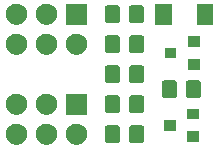
<source format=gbr>
G04 #@! TF.GenerationSoftware,KiCad,Pcbnew,(5.1.5-0-10_14)*
G04 #@! TF.CreationDate,2021-03-12T21:15:51+01:00*
G04 #@! TF.ProjectId,es_gateio,65735f67-6174-4656-996f-2e6b69636164,rev?*
G04 #@! TF.SameCoordinates,Original*
G04 #@! TF.FileFunction,Soldermask,Top*
G04 #@! TF.FilePolarity,Negative*
%FSLAX46Y46*%
G04 Gerber Fmt 4.6, Leading zero omitted, Abs format (unit mm)*
G04 Created by KiCad (PCBNEW (5.1.5-0-10_14)) date 2021-03-12 21:15:51*
%MOMM*%
%LPD*%
G04 APERTURE LIST*
%ADD10C,0.100000*%
G04 APERTURE END LIST*
D10*
G36*
X104253512Y-67429927D02*
G01*
X104402812Y-67459624D01*
X104566784Y-67527544D01*
X104714354Y-67626147D01*
X104839853Y-67751646D01*
X104938456Y-67899216D01*
X105006376Y-68063188D01*
X105041000Y-68237259D01*
X105041000Y-68414741D01*
X105006376Y-68588812D01*
X104938456Y-68752784D01*
X104839853Y-68900354D01*
X104714354Y-69025853D01*
X104566784Y-69124456D01*
X104402812Y-69192376D01*
X104253512Y-69222073D01*
X104228742Y-69227000D01*
X104051258Y-69227000D01*
X104026488Y-69222073D01*
X103877188Y-69192376D01*
X103713216Y-69124456D01*
X103565646Y-69025853D01*
X103440147Y-68900354D01*
X103341544Y-68752784D01*
X103273624Y-68588812D01*
X103239000Y-68414741D01*
X103239000Y-68237259D01*
X103273624Y-68063188D01*
X103341544Y-67899216D01*
X103440147Y-67751646D01*
X103565646Y-67626147D01*
X103713216Y-67527544D01*
X103877188Y-67459624D01*
X104026488Y-67429927D01*
X104051258Y-67425000D01*
X104228742Y-67425000D01*
X104253512Y-67429927D01*
G37*
G36*
X101713512Y-67429927D02*
G01*
X101862812Y-67459624D01*
X102026784Y-67527544D01*
X102174354Y-67626147D01*
X102299853Y-67751646D01*
X102398456Y-67899216D01*
X102466376Y-68063188D01*
X102501000Y-68237259D01*
X102501000Y-68414741D01*
X102466376Y-68588812D01*
X102398456Y-68752784D01*
X102299853Y-68900354D01*
X102174354Y-69025853D01*
X102026784Y-69124456D01*
X101862812Y-69192376D01*
X101713512Y-69222073D01*
X101688742Y-69227000D01*
X101511258Y-69227000D01*
X101486488Y-69222073D01*
X101337188Y-69192376D01*
X101173216Y-69124456D01*
X101025646Y-69025853D01*
X100900147Y-68900354D01*
X100801544Y-68752784D01*
X100733624Y-68588812D01*
X100699000Y-68414741D01*
X100699000Y-68237259D01*
X100733624Y-68063188D01*
X100801544Y-67899216D01*
X100900147Y-67751646D01*
X101025646Y-67626147D01*
X101173216Y-67527544D01*
X101337188Y-67459624D01*
X101486488Y-67429927D01*
X101511258Y-67425000D01*
X101688742Y-67425000D01*
X101713512Y-67429927D01*
G37*
G36*
X99173512Y-67429927D02*
G01*
X99322812Y-67459624D01*
X99486784Y-67527544D01*
X99634354Y-67626147D01*
X99759853Y-67751646D01*
X99858456Y-67899216D01*
X99926376Y-68063188D01*
X99961000Y-68237259D01*
X99961000Y-68414741D01*
X99926376Y-68588812D01*
X99858456Y-68752784D01*
X99759853Y-68900354D01*
X99634354Y-69025853D01*
X99486784Y-69124456D01*
X99322812Y-69192376D01*
X99173512Y-69222073D01*
X99148742Y-69227000D01*
X98971258Y-69227000D01*
X98946488Y-69222073D01*
X98797188Y-69192376D01*
X98633216Y-69124456D01*
X98485646Y-69025853D01*
X98360147Y-68900354D01*
X98261544Y-68752784D01*
X98193624Y-68588812D01*
X98159000Y-68414741D01*
X98159000Y-68237259D01*
X98193624Y-68063188D01*
X98261544Y-67899216D01*
X98360147Y-67751646D01*
X98485646Y-67626147D01*
X98633216Y-67527544D01*
X98797188Y-67459624D01*
X98946488Y-67429927D01*
X98971258Y-67425000D01*
X99148742Y-67425000D01*
X99173512Y-67429927D01*
G37*
G36*
X109692674Y-67579465D02*
G01*
X109730367Y-67590899D01*
X109765103Y-67609466D01*
X109795548Y-67634452D01*
X109820534Y-67664897D01*
X109839101Y-67699633D01*
X109850535Y-67737326D01*
X109855000Y-67782661D01*
X109855000Y-68869339D01*
X109850535Y-68914674D01*
X109839101Y-68952367D01*
X109820534Y-68987103D01*
X109795548Y-69017548D01*
X109765103Y-69042534D01*
X109730367Y-69061101D01*
X109692674Y-69072535D01*
X109647339Y-69077000D01*
X108810661Y-69077000D01*
X108765326Y-69072535D01*
X108727633Y-69061101D01*
X108692897Y-69042534D01*
X108662452Y-69017548D01*
X108637466Y-68987103D01*
X108618899Y-68952367D01*
X108607465Y-68914674D01*
X108603000Y-68869339D01*
X108603000Y-67782661D01*
X108607465Y-67737326D01*
X108618899Y-67699633D01*
X108637466Y-67664897D01*
X108662452Y-67634452D01*
X108692897Y-67609466D01*
X108727633Y-67590899D01*
X108765326Y-67579465D01*
X108810661Y-67575000D01*
X109647339Y-67575000D01*
X109692674Y-67579465D01*
G37*
G36*
X107642674Y-67579465D02*
G01*
X107680367Y-67590899D01*
X107715103Y-67609466D01*
X107745548Y-67634452D01*
X107770534Y-67664897D01*
X107789101Y-67699633D01*
X107800535Y-67737326D01*
X107805000Y-67782661D01*
X107805000Y-68869339D01*
X107800535Y-68914674D01*
X107789101Y-68952367D01*
X107770534Y-68987103D01*
X107745548Y-69017548D01*
X107715103Y-69042534D01*
X107680367Y-69061101D01*
X107642674Y-69072535D01*
X107597339Y-69077000D01*
X106760661Y-69077000D01*
X106715326Y-69072535D01*
X106677633Y-69061101D01*
X106642897Y-69042534D01*
X106612452Y-69017548D01*
X106587466Y-68987103D01*
X106568899Y-68952367D01*
X106557465Y-68914674D01*
X106553000Y-68869339D01*
X106553000Y-67782661D01*
X106557465Y-67737326D01*
X106568899Y-67699633D01*
X106587466Y-67664897D01*
X106612452Y-67634452D01*
X106642897Y-67609466D01*
X106677633Y-67590899D01*
X106715326Y-67579465D01*
X106760661Y-67575000D01*
X107597339Y-67575000D01*
X107642674Y-67579465D01*
G37*
G36*
X114531000Y-68965000D02*
G01*
X113529000Y-68965000D01*
X113529000Y-68063000D01*
X114531000Y-68063000D01*
X114531000Y-68965000D01*
G37*
G36*
X112531000Y-68015000D02*
G01*
X111529000Y-68015000D01*
X111529000Y-67113000D01*
X112531000Y-67113000D01*
X112531000Y-68015000D01*
G37*
G36*
X114531000Y-67065000D02*
G01*
X113529000Y-67065000D01*
X113529000Y-66163000D01*
X114531000Y-66163000D01*
X114531000Y-67065000D01*
G37*
G36*
X101713512Y-64889927D02*
G01*
X101862812Y-64919624D01*
X102026784Y-64987544D01*
X102174354Y-65086147D01*
X102299853Y-65211646D01*
X102398456Y-65359216D01*
X102466376Y-65523188D01*
X102501000Y-65697259D01*
X102501000Y-65874741D01*
X102466376Y-66048812D01*
X102398456Y-66212784D01*
X102299853Y-66360354D01*
X102174354Y-66485853D01*
X102026784Y-66584456D01*
X101862812Y-66652376D01*
X101713512Y-66682073D01*
X101688742Y-66687000D01*
X101511258Y-66687000D01*
X101486488Y-66682073D01*
X101337188Y-66652376D01*
X101173216Y-66584456D01*
X101025646Y-66485853D01*
X100900147Y-66360354D01*
X100801544Y-66212784D01*
X100733624Y-66048812D01*
X100699000Y-65874741D01*
X100699000Y-65697259D01*
X100733624Y-65523188D01*
X100801544Y-65359216D01*
X100900147Y-65211646D01*
X101025646Y-65086147D01*
X101173216Y-64987544D01*
X101337188Y-64919624D01*
X101486488Y-64889927D01*
X101511258Y-64885000D01*
X101688742Y-64885000D01*
X101713512Y-64889927D01*
G37*
G36*
X105041000Y-66687000D02*
G01*
X103239000Y-66687000D01*
X103239000Y-64885000D01*
X105041000Y-64885000D01*
X105041000Y-66687000D01*
G37*
G36*
X99173512Y-64889927D02*
G01*
X99322812Y-64919624D01*
X99486784Y-64987544D01*
X99634354Y-65086147D01*
X99759853Y-65211646D01*
X99858456Y-65359216D01*
X99926376Y-65523188D01*
X99961000Y-65697259D01*
X99961000Y-65874741D01*
X99926376Y-66048812D01*
X99858456Y-66212784D01*
X99759853Y-66360354D01*
X99634354Y-66485853D01*
X99486784Y-66584456D01*
X99322812Y-66652376D01*
X99173512Y-66682073D01*
X99148742Y-66687000D01*
X98971258Y-66687000D01*
X98946488Y-66682073D01*
X98797188Y-66652376D01*
X98633216Y-66584456D01*
X98485646Y-66485853D01*
X98360147Y-66360354D01*
X98261544Y-66212784D01*
X98193624Y-66048812D01*
X98159000Y-65874741D01*
X98159000Y-65697259D01*
X98193624Y-65523188D01*
X98261544Y-65359216D01*
X98360147Y-65211646D01*
X98485646Y-65086147D01*
X98633216Y-64987544D01*
X98797188Y-64919624D01*
X98946488Y-64889927D01*
X98971258Y-64885000D01*
X99148742Y-64885000D01*
X99173512Y-64889927D01*
G37*
G36*
X109692674Y-65039465D02*
G01*
X109730367Y-65050899D01*
X109765103Y-65069466D01*
X109795548Y-65094452D01*
X109820534Y-65124897D01*
X109839101Y-65159633D01*
X109850535Y-65197326D01*
X109855000Y-65242661D01*
X109855000Y-66329339D01*
X109850535Y-66374674D01*
X109839101Y-66412367D01*
X109820534Y-66447103D01*
X109795548Y-66477548D01*
X109765103Y-66502534D01*
X109730367Y-66521101D01*
X109692674Y-66532535D01*
X109647339Y-66537000D01*
X108810661Y-66537000D01*
X108765326Y-66532535D01*
X108727633Y-66521101D01*
X108692897Y-66502534D01*
X108662452Y-66477548D01*
X108637466Y-66447103D01*
X108618899Y-66412367D01*
X108607465Y-66374674D01*
X108603000Y-66329339D01*
X108603000Y-65242661D01*
X108607465Y-65197326D01*
X108618899Y-65159633D01*
X108637466Y-65124897D01*
X108662452Y-65094452D01*
X108692897Y-65069466D01*
X108727633Y-65050899D01*
X108765326Y-65039465D01*
X108810661Y-65035000D01*
X109647339Y-65035000D01*
X109692674Y-65039465D01*
G37*
G36*
X107642674Y-65039465D02*
G01*
X107680367Y-65050899D01*
X107715103Y-65069466D01*
X107745548Y-65094452D01*
X107770534Y-65124897D01*
X107789101Y-65159633D01*
X107800535Y-65197326D01*
X107805000Y-65242661D01*
X107805000Y-66329339D01*
X107800535Y-66374674D01*
X107789101Y-66412367D01*
X107770534Y-66447103D01*
X107745548Y-66477548D01*
X107715103Y-66502534D01*
X107680367Y-66521101D01*
X107642674Y-66532535D01*
X107597339Y-66537000D01*
X106760661Y-66537000D01*
X106715326Y-66532535D01*
X106677633Y-66521101D01*
X106642897Y-66502534D01*
X106612452Y-66477548D01*
X106587466Y-66447103D01*
X106568899Y-66412367D01*
X106557465Y-66374674D01*
X106553000Y-66329339D01*
X106553000Y-65242661D01*
X106557465Y-65197326D01*
X106568899Y-65159633D01*
X106587466Y-65124897D01*
X106612452Y-65094452D01*
X106642897Y-65069466D01*
X106677633Y-65050899D01*
X106715326Y-65039465D01*
X106760661Y-65035000D01*
X107597339Y-65035000D01*
X107642674Y-65039465D01*
G37*
G36*
X112459674Y-63769465D02*
G01*
X112497367Y-63780899D01*
X112532103Y-63799466D01*
X112562548Y-63824452D01*
X112587534Y-63854897D01*
X112606101Y-63889633D01*
X112617535Y-63927326D01*
X112622000Y-63972661D01*
X112622000Y-65059339D01*
X112617535Y-65104674D01*
X112606101Y-65142367D01*
X112587534Y-65177103D01*
X112562548Y-65207548D01*
X112532103Y-65232534D01*
X112497367Y-65251101D01*
X112459674Y-65262535D01*
X112414339Y-65267000D01*
X111577661Y-65267000D01*
X111532326Y-65262535D01*
X111494633Y-65251101D01*
X111459897Y-65232534D01*
X111429452Y-65207548D01*
X111404466Y-65177103D01*
X111385899Y-65142367D01*
X111374465Y-65104674D01*
X111370000Y-65059339D01*
X111370000Y-63972661D01*
X111374465Y-63927326D01*
X111385899Y-63889633D01*
X111404466Y-63854897D01*
X111429452Y-63824452D01*
X111459897Y-63799466D01*
X111494633Y-63780899D01*
X111532326Y-63769465D01*
X111577661Y-63765000D01*
X112414339Y-63765000D01*
X112459674Y-63769465D01*
G37*
G36*
X114509674Y-63769465D02*
G01*
X114547367Y-63780899D01*
X114582103Y-63799466D01*
X114612548Y-63824452D01*
X114637534Y-63854897D01*
X114656101Y-63889633D01*
X114667535Y-63927326D01*
X114672000Y-63972661D01*
X114672000Y-65059339D01*
X114667535Y-65104674D01*
X114656101Y-65142367D01*
X114637534Y-65177103D01*
X114612548Y-65207548D01*
X114582103Y-65232534D01*
X114547367Y-65251101D01*
X114509674Y-65262535D01*
X114464339Y-65267000D01*
X113627661Y-65267000D01*
X113582326Y-65262535D01*
X113544633Y-65251101D01*
X113509897Y-65232534D01*
X113479452Y-65207548D01*
X113454466Y-65177103D01*
X113435899Y-65142367D01*
X113424465Y-65104674D01*
X113420000Y-65059339D01*
X113420000Y-63972661D01*
X113424465Y-63927326D01*
X113435899Y-63889633D01*
X113454466Y-63854897D01*
X113479452Y-63824452D01*
X113509897Y-63799466D01*
X113544633Y-63780899D01*
X113582326Y-63769465D01*
X113627661Y-63765000D01*
X114464339Y-63765000D01*
X114509674Y-63769465D01*
G37*
G36*
X107651674Y-62499465D02*
G01*
X107689367Y-62510899D01*
X107724103Y-62529466D01*
X107754548Y-62554452D01*
X107779534Y-62584897D01*
X107798101Y-62619633D01*
X107809535Y-62657326D01*
X107814000Y-62702661D01*
X107814000Y-63789339D01*
X107809535Y-63834674D01*
X107798101Y-63872367D01*
X107779534Y-63907103D01*
X107754548Y-63937548D01*
X107724103Y-63962534D01*
X107689367Y-63981101D01*
X107651674Y-63992535D01*
X107606339Y-63997000D01*
X106769661Y-63997000D01*
X106724326Y-63992535D01*
X106686633Y-63981101D01*
X106651897Y-63962534D01*
X106621452Y-63937548D01*
X106596466Y-63907103D01*
X106577899Y-63872367D01*
X106566465Y-63834674D01*
X106562000Y-63789339D01*
X106562000Y-62702661D01*
X106566465Y-62657326D01*
X106577899Y-62619633D01*
X106596466Y-62584897D01*
X106621452Y-62554452D01*
X106651897Y-62529466D01*
X106686633Y-62510899D01*
X106724326Y-62499465D01*
X106769661Y-62495000D01*
X107606339Y-62495000D01*
X107651674Y-62499465D01*
G37*
G36*
X109701674Y-62499465D02*
G01*
X109739367Y-62510899D01*
X109774103Y-62529466D01*
X109804548Y-62554452D01*
X109829534Y-62584897D01*
X109848101Y-62619633D01*
X109859535Y-62657326D01*
X109864000Y-62702661D01*
X109864000Y-63789339D01*
X109859535Y-63834674D01*
X109848101Y-63872367D01*
X109829534Y-63907103D01*
X109804548Y-63937548D01*
X109774103Y-63962534D01*
X109739367Y-63981101D01*
X109701674Y-63992535D01*
X109656339Y-63997000D01*
X108819661Y-63997000D01*
X108774326Y-63992535D01*
X108736633Y-63981101D01*
X108701897Y-63962534D01*
X108671452Y-63937548D01*
X108646466Y-63907103D01*
X108627899Y-63872367D01*
X108616465Y-63834674D01*
X108612000Y-63789339D01*
X108612000Y-62702661D01*
X108616465Y-62657326D01*
X108627899Y-62619633D01*
X108646466Y-62584897D01*
X108671452Y-62554452D01*
X108701897Y-62529466D01*
X108736633Y-62510899D01*
X108774326Y-62499465D01*
X108819661Y-62495000D01*
X109656339Y-62495000D01*
X109701674Y-62499465D01*
G37*
G36*
X114597000Y-62853000D02*
G01*
X113595000Y-62853000D01*
X113595000Y-61951000D01*
X114597000Y-61951000D01*
X114597000Y-62853000D01*
G37*
G36*
X112597000Y-61903000D02*
G01*
X111595000Y-61903000D01*
X111595000Y-61001000D01*
X112597000Y-61001000D01*
X112597000Y-61903000D01*
G37*
G36*
X101713512Y-59809927D02*
G01*
X101862812Y-59839624D01*
X102026784Y-59907544D01*
X102174354Y-60006147D01*
X102299853Y-60131646D01*
X102398456Y-60279216D01*
X102466376Y-60443188D01*
X102501000Y-60617259D01*
X102501000Y-60794741D01*
X102466376Y-60968812D01*
X102398456Y-61132784D01*
X102299853Y-61280354D01*
X102174354Y-61405853D01*
X102026784Y-61504456D01*
X101862812Y-61572376D01*
X101713512Y-61602073D01*
X101688742Y-61607000D01*
X101511258Y-61607000D01*
X101486488Y-61602073D01*
X101337188Y-61572376D01*
X101173216Y-61504456D01*
X101025646Y-61405853D01*
X100900147Y-61280354D01*
X100801544Y-61132784D01*
X100733624Y-60968812D01*
X100699000Y-60794741D01*
X100699000Y-60617259D01*
X100733624Y-60443188D01*
X100801544Y-60279216D01*
X100900147Y-60131646D01*
X101025646Y-60006147D01*
X101173216Y-59907544D01*
X101337188Y-59839624D01*
X101486488Y-59809927D01*
X101511258Y-59805000D01*
X101688742Y-59805000D01*
X101713512Y-59809927D01*
G37*
G36*
X104253512Y-59809927D02*
G01*
X104402812Y-59839624D01*
X104566784Y-59907544D01*
X104714354Y-60006147D01*
X104839853Y-60131646D01*
X104938456Y-60279216D01*
X105006376Y-60443188D01*
X105041000Y-60617259D01*
X105041000Y-60794741D01*
X105006376Y-60968812D01*
X104938456Y-61132784D01*
X104839853Y-61280354D01*
X104714354Y-61405853D01*
X104566784Y-61504456D01*
X104402812Y-61572376D01*
X104253512Y-61602073D01*
X104228742Y-61607000D01*
X104051258Y-61607000D01*
X104026488Y-61602073D01*
X103877188Y-61572376D01*
X103713216Y-61504456D01*
X103565646Y-61405853D01*
X103440147Y-61280354D01*
X103341544Y-61132784D01*
X103273624Y-60968812D01*
X103239000Y-60794741D01*
X103239000Y-60617259D01*
X103273624Y-60443188D01*
X103341544Y-60279216D01*
X103440147Y-60131646D01*
X103565646Y-60006147D01*
X103713216Y-59907544D01*
X103877188Y-59839624D01*
X104026488Y-59809927D01*
X104051258Y-59805000D01*
X104228742Y-59805000D01*
X104253512Y-59809927D01*
G37*
G36*
X99173512Y-59809927D02*
G01*
X99322812Y-59839624D01*
X99486784Y-59907544D01*
X99634354Y-60006147D01*
X99759853Y-60131646D01*
X99858456Y-60279216D01*
X99926376Y-60443188D01*
X99961000Y-60617259D01*
X99961000Y-60794741D01*
X99926376Y-60968812D01*
X99858456Y-61132784D01*
X99759853Y-61280354D01*
X99634354Y-61405853D01*
X99486784Y-61504456D01*
X99322812Y-61572376D01*
X99173512Y-61602073D01*
X99148742Y-61607000D01*
X98971258Y-61607000D01*
X98946488Y-61602073D01*
X98797188Y-61572376D01*
X98633216Y-61504456D01*
X98485646Y-61405853D01*
X98360147Y-61280354D01*
X98261544Y-61132784D01*
X98193624Y-60968812D01*
X98159000Y-60794741D01*
X98159000Y-60617259D01*
X98193624Y-60443188D01*
X98261544Y-60279216D01*
X98360147Y-60131646D01*
X98485646Y-60006147D01*
X98633216Y-59907544D01*
X98797188Y-59839624D01*
X98946488Y-59809927D01*
X98971258Y-59805000D01*
X99148742Y-59805000D01*
X99173512Y-59809927D01*
G37*
G36*
X107642674Y-59959465D02*
G01*
X107680367Y-59970899D01*
X107715103Y-59989466D01*
X107745548Y-60014452D01*
X107770534Y-60044897D01*
X107789101Y-60079633D01*
X107800535Y-60117326D01*
X107805000Y-60162661D01*
X107805000Y-61249339D01*
X107800535Y-61294674D01*
X107789101Y-61332367D01*
X107770534Y-61367103D01*
X107745548Y-61397548D01*
X107715103Y-61422534D01*
X107680367Y-61441101D01*
X107642674Y-61452535D01*
X107597339Y-61457000D01*
X106760661Y-61457000D01*
X106715326Y-61452535D01*
X106677633Y-61441101D01*
X106642897Y-61422534D01*
X106612452Y-61397548D01*
X106587466Y-61367103D01*
X106568899Y-61332367D01*
X106557465Y-61294674D01*
X106553000Y-61249339D01*
X106553000Y-60162661D01*
X106557465Y-60117326D01*
X106568899Y-60079633D01*
X106587466Y-60044897D01*
X106612452Y-60014452D01*
X106642897Y-59989466D01*
X106677633Y-59970899D01*
X106715326Y-59959465D01*
X106760661Y-59955000D01*
X107597339Y-59955000D01*
X107642674Y-59959465D01*
G37*
G36*
X109692674Y-59959465D02*
G01*
X109730367Y-59970899D01*
X109765103Y-59989466D01*
X109795548Y-60014452D01*
X109820534Y-60044897D01*
X109839101Y-60079633D01*
X109850535Y-60117326D01*
X109855000Y-60162661D01*
X109855000Y-61249339D01*
X109850535Y-61294674D01*
X109839101Y-61332367D01*
X109820534Y-61367103D01*
X109795548Y-61397548D01*
X109765103Y-61422534D01*
X109730367Y-61441101D01*
X109692674Y-61452535D01*
X109647339Y-61457000D01*
X108810661Y-61457000D01*
X108765326Y-61452535D01*
X108727633Y-61441101D01*
X108692897Y-61422534D01*
X108662452Y-61397548D01*
X108637466Y-61367103D01*
X108618899Y-61332367D01*
X108607465Y-61294674D01*
X108603000Y-61249339D01*
X108603000Y-60162661D01*
X108607465Y-60117326D01*
X108618899Y-60079633D01*
X108637466Y-60044897D01*
X108662452Y-60014452D01*
X108692897Y-59989466D01*
X108727633Y-59970899D01*
X108765326Y-59959465D01*
X108810661Y-59955000D01*
X109647339Y-59955000D01*
X109692674Y-59959465D01*
G37*
G36*
X114597000Y-60953000D02*
G01*
X113595000Y-60953000D01*
X113595000Y-60051000D01*
X114597000Y-60051000D01*
X114597000Y-60953000D01*
G37*
G36*
X99173512Y-57269927D02*
G01*
X99322812Y-57299624D01*
X99486784Y-57367544D01*
X99634354Y-57466147D01*
X99759853Y-57591646D01*
X99858456Y-57739216D01*
X99926376Y-57903188D01*
X99961000Y-58077259D01*
X99961000Y-58254741D01*
X99926376Y-58428812D01*
X99858456Y-58592784D01*
X99759853Y-58740354D01*
X99634354Y-58865853D01*
X99486784Y-58964456D01*
X99322812Y-59032376D01*
X99173512Y-59062073D01*
X99148742Y-59067000D01*
X98971258Y-59067000D01*
X98946488Y-59062073D01*
X98797188Y-59032376D01*
X98633216Y-58964456D01*
X98485646Y-58865853D01*
X98360147Y-58740354D01*
X98261544Y-58592784D01*
X98193624Y-58428812D01*
X98159000Y-58254741D01*
X98159000Y-58077259D01*
X98193624Y-57903188D01*
X98261544Y-57739216D01*
X98360147Y-57591646D01*
X98485646Y-57466147D01*
X98633216Y-57367544D01*
X98797188Y-57299624D01*
X98946488Y-57269927D01*
X98971258Y-57265000D01*
X99148742Y-57265000D01*
X99173512Y-57269927D01*
G37*
G36*
X101713512Y-57269927D02*
G01*
X101862812Y-57299624D01*
X102026784Y-57367544D01*
X102174354Y-57466147D01*
X102299853Y-57591646D01*
X102398456Y-57739216D01*
X102466376Y-57903188D01*
X102501000Y-58077259D01*
X102501000Y-58254741D01*
X102466376Y-58428812D01*
X102398456Y-58592784D01*
X102299853Y-58740354D01*
X102174354Y-58865853D01*
X102026784Y-58964456D01*
X101862812Y-59032376D01*
X101713512Y-59062073D01*
X101688742Y-59067000D01*
X101511258Y-59067000D01*
X101486488Y-59062073D01*
X101337188Y-59032376D01*
X101173216Y-58964456D01*
X101025646Y-58865853D01*
X100900147Y-58740354D01*
X100801544Y-58592784D01*
X100733624Y-58428812D01*
X100699000Y-58254741D01*
X100699000Y-58077259D01*
X100733624Y-57903188D01*
X100801544Y-57739216D01*
X100900147Y-57591646D01*
X101025646Y-57466147D01*
X101173216Y-57367544D01*
X101337188Y-57299624D01*
X101486488Y-57269927D01*
X101511258Y-57265000D01*
X101688742Y-57265000D01*
X101713512Y-57269927D01*
G37*
G36*
X105041000Y-59067000D02*
G01*
X103239000Y-59067000D01*
X103239000Y-57265000D01*
X105041000Y-57265000D01*
X105041000Y-59067000D01*
G37*
G36*
X112207000Y-59067000D02*
G01*
X110805000Y-59067000D01*
X110805000Y-57265000D01*
X112207000Y-57265000D01*
X112207000Y-59067000D01*
G37*
G36*
X115707000Y-59067000D02*
G01*
X114305000Y-59067000D01*
X114305000Y-57265000D01*
X115707000Y-57265000D01*
X115707000Y-59067000D01*
G37*
G36*
X109683674Y-57419465D02*
G01*
X109721367Y-57430899D01*
X109756103Y-57449466D01*
X109786548Y-57474452D01*
X109811534Y-57504897D01*
X109830101Y-57539633D01*
X109841535Y-57577326D01*
X109846000Y-57622661D01*
X109846000Y-58709339D01*
X109841535Y-58754674D01*
X109830101Y-58792367D01*
X109811534Y-58827103D01*
X109786548Y-58857548D01*
X109756103Y-58882534D01*
X109721367Y-58901101D01*
X109683674Y-58912535D01*
X109638339Y-58917000D01*
X108801661Y-58917000D01*
X108756326Y-58912535D01*
X108718633Y-58901101D01*
X108683897Y-58882534D01*
X108653452Y-58857548D01*
X108628466Y-58827103D01*
X108609899Y-58792367D01*
X108598465Y-58754674D01*
X108594000Y-58709339D01*
X108594000Y-57622661D01*
X108598465Y-57577326D01*
X108609899Y-57539633D01*
X108628466Y-57504897D01*
X108653452Y-57474452D01*
X108683897Y-57449466D01*
X108718633Y-57430899D01*
X108756326Y-57419465D01*
X108801661Y-57415000D01*
X109638339Y-57415000D01*
X109683674Y-57419465D01*
G37*
G36*
X107633674Y-57419465D02*
G01*
X107671367Y-57430899D01*
X107706103Y-57449466D01*
X107736548Y-57474452D01*
X107761534Y-57504897D01*
X107780101Y-57539633D01*
X107791535Y-57577326D01*
X107796000Y-57622661D01*
X107796000Y-58709339D01*
X107791535Y-58754674D01*
X107780101Y-58792367D01*
X107761534Y-58827103D01*
X107736548Y-58857548D01*
X107706103Y-58882534D01*
X107671367Y-58901101D01*
X107633674Y-58912535D01*
X107588339Y-58917000D01*
X106751661Y-58917000D01*
X106706326Y-58912535D01*
X106668633Y-58901101D01*
X106633897Y-58882534D01*
X106603452Y-58857548D01*
X106578466Y-58827103D01*
X106559899Y-58792367D01*
X106548465Y-58754674D01*
X106544000Y-58709339D01*
X106544000Y-57622661D01*
X106548465Y-57577326D01*
X106559899Y-57539633D01*
X106578466Y-57504897D01*
X106603452Y-57474452D01*
X106633897Y-57449466D01*
X106668633Y-57430899D01*
X106706326Y-57419465D01*
X106751661Y-57415000D01*
X107588339Y-57415000D01*
X107633674Y-57419465D01*
G37*
M02*

</source>
